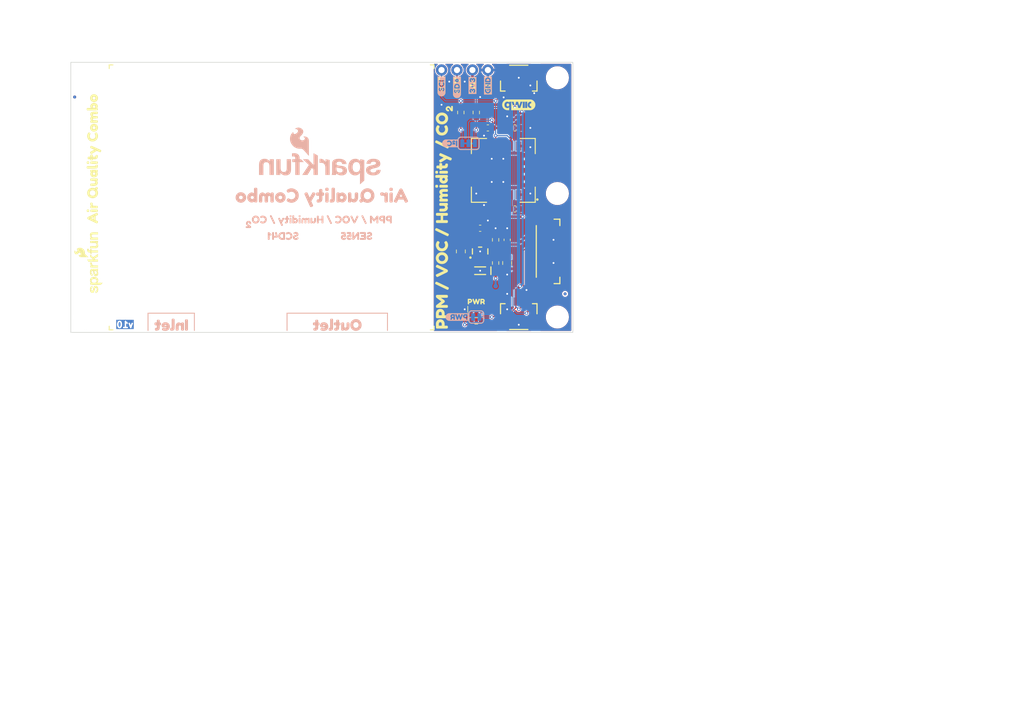
<source format=kicad_pcb>
(kicad_pcb (version 20240108) (generator "pcbnew") (generator_version "8.0")
  (title_block (title "SparkFun Indoor Air Quality Sensor - SCD41 SEN55 (Qwiic)") (date "2024-03-06") (rev "v10") (comment 1 "Designed by: N. Seidle"))
  (layers (0 "F.Cu" signal) (31 "B.Cu" signal) (34 "B.Paste" user) (35 "F.Paste" user) (36 "B.SilkS" user "B.Silkscreen") (37 "F.SilkS" user "F.Silkscreen") (38 "B.Mask" user) (39 "F.Mask" user) (44 "Edge.Cuts" user))
  (net 0 "")
  (net 1 "3.3V")
  (net 2 "GND")
  (net 3 "5V")
  (net 4 "Net-(D1-A)")
  (net 5 "SDA")
  (net 6 "SCL")
  (net 11 "Net-(JP1-A)")
  (net 12 "Net-(JP2-A)")
  (net 13 "Net-(U5-SW)")
  (net 28 "Net-(U5-FB)")
  (net 29 "Net-(JP2-B)")
  (footprint "kibuzzard-65CFEE26" (layer "F.Cu") (at 108.585 94.615 90)
    (property "Reference" "kibuzzard-65CFEE26" (hide yes))
    (property "Value" "G***" (hide yes))
  )
  (footprint "SparkFun-Semiconductor-Standard:SOD-323" (layer "F.Cu") (at 172.085 113.03 180)
    (property "Reference" "D2")
    (property "Value" "PMEG4005EJ")
    (pad "A" smd rect (at 1.15 0 180) (size 0.63 0.83) (layers "F.Cu" "F.Paste" "F.Mask") (net 13 "Net-(U5-SW)"))
    (pad "C" smd rect (at -1.15 0 180) (size 0.63 0.83) (layers "F.Cu" "F.Paste" "F.Mask") (net 3 "5V"))
  )
  (footprint "kibuzzard-65A8A702" (layer "F.Cu") (at 165.735 82.70875 90)
    (property "Reference" "kibuzzard-65A8A702" (hide yes))
    (property "Value" "G***" (hide yes))
  )
  (footprint "SparkFun-Semiconductor-Standard:SOT23-5" (layer "F.Cu") (at 172.085 109.855 90)
    (property "Reference" "U5")
    (property "Value" "AP3012")
    (pad "1" smd rect (at -1.3001 -0.95) (size 0.55 1.2) (layers "F.Cu" "F.Paste" "F.Mask") (net 13 "Net-(U5-SW)"))
    (pad "2" smd rect (at -1.3001 0) (size 0.55 1.2) (layers "F.Cu" "F.Paste" "F.Mask") (net 2 "GND"))
    (pad "3" smd rect (at -1.3001 0.95) (size 0.55 1.2) (layers "F.Cu" "F.Paste" "F.Mask") (net 28 "Net-(U5-FB)"))
    (pad "4" smd rect (at 1.3001 0.95) (size 0.55 1.2) (layers "F.Cu" "F.Paste" "F.Mask") (net 1 "3.3V"))
    (pad "5" smd rect (at 1.3001 -0.95) (size 0.55 1.2) (layers "F.Cu" "F.Paste" "F.Mask") (net 1 "3.3V"))
  )
  (footprint "SparkFun-Capacitor:C_0603_1608Metric" (layer "F.Cu") (at 177.8 89.535)
    (property "Reference" "C4")
    (property "Value" "4.7uF")
    (pad "1" smd roundrect (at -0.775 0) (size 0.9 0.95) (layers "F.Cu" "F.Paste" "F.Mask") (net 1 "3.3V"))
    (pad "2" smd roundrect (at 0.775 0) (size 0.9 0.95) (layers "F.Cu" "F.Paste" "F.Mask") (net 2 "GND"))
  )
  (footprint "SparkFun-LED:LED_0603_1608Metric_Red" (layer "F.Cu") (at 171.45 119.38)
    (property "Reference" "D1")
    (property "Value" "Red")
    (pad "1" smd roundrect (at -0.7875 0) (size 0.875 0.95) (layers "F.Cu" "F.Paste" "F.Mask") (net 2 "GND"))
    (pad "2" smd roundrect (at 0.7875 0) (size 0.875 0.95) (layers "F.Cu" "F.Paste" "F.Mask") (net 4 "Net-(D1-A)"))
  )
  (footprint "SparkFun-Aesthetic:Fiducial_0.5mm_Mask1mm" (layer "F.Cu") (at 105.41 84.455)
    (property "Reference" "FID3")
    (property "Value" "Fiducial_0.5mm")
    (pad "" smd circle (at 0 0) (size 0.5 0.5) (layers "F.Cu" "F.Mask") (clearance 0.25))
  )
  (footprint "SparkFun-Hardware:Standoff" (layer "F.Cu") (at 184.785 120.65)
    (property "Reference" "ST2")
    (property "Value" "Standoff")
    (pad "" np_thru_hole circle (at 0 0) (size 3.302 3.302) (drill 3.302) (layers "F&B.Cu" "*.Mask"))
  )
  (footprint "kibuzzard-65A8A70D" (layer "F.Cu") (at 170.815 82.55 90)
    (property "Reference" "kibuzzard-65A8A70D" (hide yes))
    (property "Value" "G***" (hide yes))
  )
  (footprint "SparkFun-Capacitor:C_0805_2012Metric" (layer "F.Cu") (at 176.53 111.76 -90)
    (property "Reference" "C2")
    (property "Value" "22uF")
    (pad "1" smd roundrect (at -0.95 0 270) (size 1 1.45) (layers "F.Cu" "F.Paste" "F.Mask") (net 3 "5V"))
    (pad "2" smd roundrect (at 0.95 0 270) (size 1 1.45) (layers "F.Cu" "F.Paste" "F.Mask") (net 2 "GND"))
  )
  (footprint "SparkFun-Capacitor:C_0805_2012Metric" (layer "F.Cu") (at 168.91 109.855 -90)
    (property "Reference" "L2")
    (property "Value" "10uH")
    (pad "1" smd roundrect (at -0.95 0 270) (size 1 1.45) (layers "F.Cu" "F.Paste" "F.Mask") (net 1 "3.3V"))
    (pad "2" smd roundrect (at 0.95 0 270) (size 1 1.45) (layers "F.Cu" "F.Paste" "F.Mask") (net 13 "Net-(U5-SW)"))
  )
  (footprint "SparkFun-Connector:JST_SMD_1.0mm-4_RA" (layer "F.Cu") (at 178.435 118.11)
    (property "Reference" "J1")
    (property "Value" "Qwiic_RA")
    (pad "1" smd rect (at -1.5 0) (size 0.6 1.35) (layers "F.Cu" "F.Paste" "F.Mask") (net 2 "GND"))
    (pad "2" smd rect (at -0.5 0) (size 0.6 1.35) (layers "F.Cu" "F.Paste" "F.Mask") (net 1 "3.3V"))
    (pad "3" smd rect (at 0.5 0) (size 0.6 1.35) (layers "F.Cu" "F.Paste" "F.Mask") (net 5 "SDA"))
    (pad "4" smd rect (at 1.5 0) (size 0.6 1.35) (layers "F.Cu" "F.Paste" "F.Mask") (net 6 "SCL"))
    (pad "NC1" smd rect (at 2.8 3.675) (size 1.2 2) (layers "F.Cu" "F.Paste" "F.Mask"))
    (pad "NC2" smd rect (at -2.8 3.675) (size 1.2 2) (layers "F.Cu" "F.Paste" "F.Mask"))
  )
  (footprint "SparkFun-Aesthetic:Fiducial_0.5mm_Mask1mm" (layer "F.Cu") (at 186.055 116.84)
    (property "Reference" "FID4")
    (property "Value" "Fiducial_0.5mm")
    (pad "" smd circle (at 0 0) (size 0.5 0.5) (layers "F.Cu" "F.Mask") (clearance 0.25))
  )
  (footprint "SparkFun-Hardware:Standoff" (layer "F.Cu") (at 184.785 100.33)
    (property "Reference" "ST5")
    (property "Value" "Standoff")
    (pad "" np_thru_hole circle (at 0 0) (size 3.302 3.302) (drill 3.302) (layers "F&B.Cu" "*.Mask"))
  )
  (footprint "SparkFun-Connector:JST_SMD_1.0mm-4_RA" (layer "F.Cu") (at 178.435 83.82 180)
    (property "Reference" "J2")
    (property "Value" "Qwiic_RA")
    (pad "1" smd rect (at -1.5 0 180) (size 0.6 1.35) (layers "F.Cu" "F.Paste" "F.Mask") (net 2 "GND"))
    (pad "2" smd rect (at -0.5 0 180) (size 0.6 1.35) (layers "F.Cu" "F.Paste" "F.Mask") (net 1 "3.3V"))
    (pad "3" smd rect (at 0.5 0 180) (size 0.6 1.35) (layers "F.Cu" "F.Paste" "F.Mask") (net 5 "SDA"))
    (pad "4" smd rect (at 1.5 0 180) (size 0.6 1.35) (layers "F.Cu" "F.Paste" "F.Mask") (net 6 "SCL"))
    (pad "NC1" smd rect (at 2.8 3.675 180) (size 1.2 2) (layers "F.Cu" "F.Paste" "F.Mask"))
    (pad "NC2" smd rect (at -2.8 3.675 180) (size 1.2 2) (layers "F.Cu" "F.Paste" "F.Mask"))
  )
  (footprint "SparkFun-Hardware:Standoff" (layer "F.Cu") (at 184.785 81.28)
    (property "Reference" "ST1")
    (property "Value" "Standoff")
    (pad "" np_thru_hole circle (at 0 0) (size 3.302 3.302) (drill 3.302) (layers "F&B.Cu" "*.Mask"))
  )
  (footprint "kibuzzard-65A8A6F0" (layer "F.Cu") (at 168.275 82.8675 90)
    (property "Reference" "kibuzzard-65A8A6F0" (hide yes))
    (property "Value" "G***" (hide yes))
  )
  (footprint "SparkFun-Aesthetic:SparkFun_Logo_10mm" (layer "F.Cu") (at 108.585 111.76 90)
    (property "Reference" "G***")
    (property "Value" "LOGO" (hide yes))
  )
  (footprint "SparkFun-Resistor:R_0603_1608Metric" (layer "F.Cu") (at 168.91 86.995 90)
    (property "Reference" "R2")
    (property "Value" "2.2k")
    (pad "1" smd roundrect (at -0.825 0 90) (size 0.8 0.95) (layers "F.Cu" "F.Paste" "F.Mask") (net 12 "Net-(JP2-A)"))
    (pad "2" smd roundrect (at 0.825 0 90) (size 0.8 0.95) (layers "F.Cu" "F.Paste" "F.Mask") (net 6 "SCL"))
  )
  (footprint "SparkFun-Capacitor:C_0603_1608Metric" (layer "F.Cu") (at 176.53 107.95 90)
    (property "Reference" "C9")
    (property "Value" "1.0uF")
    (pad "1" smd roundrect (at -0.775 0 90) (size 0.9 0.95) (layers "F.Cu" "F.Paste" "F.Mask") (net 3 "5V"))
    (pad "2" smd roundrect (at 0.775 0 90) (size 0.9 0.95) (layers "F.Cu" "F.Paste" "F.Mask") (net 2 "GND"))
  )
  (footprint "SparkFun-Resistor:R_0603_1608Metric" (layer "F.Cu") (at 174.625 107.95 90)
    (property "Reference" "R6")
    (property "Value" "33k")
    (pad "1" smd roundrect (at -0.825 0 90) (size 0.8 0.95) (layers "F.Cu" "F.Paste" "F.Mask") (net 28 "Net-(U5-FB)"))
    (pad "2" smd roundrect (at 0.825 0 90) (size 0.8 0.95) (layers "F.Cu" "F.Paste" "F.Mask") (net 2 "GND"))
  )
  (footprint "SparkFun-Capacitor:C_0603_1608Metric" (layer "F.Cu") (at 177.8 102.87)
    (property "Reference" "C1")
    (property "Value" "0.1uF")
    (pad "1" smd roundrect (at -0.775 0) (size 0.9 0.95) (layers "F.Cu" "F.Paste" "F.Mask") (net 1 "3.3V"))
    (pad "2" smd roundrect (at 0.775 0) (size 0.9 0.95) (layers "F.Cu" "F.Paste" "F.Mask") (net 2 "GND"))
  )
  (footprint "kibuzzard-65A8A717" (layer "F.Cu") (at 173.355 82.55 90)
    (property "Reference" "kibuzzard-65A8A717" (hide yes))
    (property "Value" "G***" (hide yes))
  )
  (footprint "SparkFun-Connector:1x04" (layer "F.Cu") (at 173.355 80.01 180)
    (property "Reference" "J3")
    (property "Value" "Conn_01x04")
    (pad "1" thru_hole circle (at 0 0 270) (size 1.8796 1.8796) (drill 1.016) (layers "*.Cu" "*.Mask") (net 2 "GND"))
    (pad "2" thru_hole circle (at 2.54 0 270) (size 1.8796 1.8796) (drill 1.016) (layers "*.Cu" "*.Mask") (net 1 "3.3V"))
    (pad "3" thru_hole circle (at 5.08 0 270) (size 1.8796 1.8796) (drill 1.016) (layers "*.Cu" "*.Mask") (net 5 "SDA"))
    (pad "4" thru_hole circle (at 7.62 0 270) (size 1.8796 1.8796) (drill 1.016) (layers "*.Cu" "*.Mask") (net 6 "SCL"))
  )
  (footprint "kibuzzard-65A8A8B4" (layer "F.Cu") (at 171.45 118.11)
    (property "Reference" "kibuzzard-65A8A8B4" (hide yes))
    (property "Value" "G***" (hide yes))
  )
  (footprint "SparkFun-Resistor:R_0603_1608Metric" (layer "F.Cu") (at 171.45 121.285)
    (property "Reference" "R3")
    (property "Value" "4.7k")
    (pad "1" smd roundrect (at -0.825 0) (size 0.8 0.95) (layers "F.Cu" "F.Paste" "F.Mask") (net 11 "Net-(JP1-A)"))
    (pad "2" smd roundrect (at 0.825 0) (size 0.8 0.95) (layers "F.Cu" "F.Paste" "F.Mask") (net 4 "Net-(D1-A)"))
  )
  (footprint "SparkFun-Sensor:SCD4x" (layer "F.Cu") (at 175.895 96.52 180)
    (property "Reference" "U3")
    (property "Value" "SCD41")
    (pad "1" smd roundrect (at -4 -2.5 270) (size 0.8 1.5) (layers "F.Cu" "F.Mask") (roundrect_rratio 0) (chamfer_ratio 0.35) (chamfer bottom_right))
    (pad "2" smd rect (at -4 -1.25 270) (size 0.8 1.5) (layers "F.Cu" "F.Paste" "F.Mask"))
    (pad "3" smd rect (at -4 0 270) (size 0.8 1.5) (layers "F.Cu" "F.Paste" "F.Mask"))
    (pad "4" smd rect (at -4 1.25 270) (size 0.8 1.5) (layers "F.Cu" "F.Paste" "F.Mask"))
    (pad "5" smd rect (at -4 2.5 270) (size 0.8 1.5) (layers "F.Cu" "F.Paste" "F.Mask"))
    (pad "6" smd rect (at -2.5 4) (size 0.8 1.5) (layers "F.Cu" "F.Paste" "F.Mask") (net 2 "GND"))
    (pad "7" smd rect (at -1.25 4) (size 0.8 1.5) (layers "F.Cu" "F.Paste" "F.Mask") (net 1 "3.3V"))
    (pad "8" smd rect (at 0 4) (size 0.8 1.5) (layers "F.Cu" "F.Paste" "F.Mask"))
    (pad "9" smd rect (at 1.25 4) (size 0.8 1.5) (layers "F.Cu" "F.Paste" "F.Mask") (net 6 "SCL"))
    (pad "10" smd rect (at 2.5 4) (size 0.8 1.5) (layers "F.Cu" "F.Paste" "F.Mask") (net 5 "SDA"))
    (pad "11" smd rect (at 4 2.5 90) (size 0.8 1.5) (layers "F.Cu" "F.Paste" "F.Mask"))
    (pad "12" smd rect (at 4 1.25 90) (size 0.8 1.5) (layers "F.Cu" "F.Paste" "F.Mask"))
    (pad "13" smd rect (at 4 0 90) (size 0.8 1.5) (layers "F.Cu" "F.Paste" "F.Mask"))
    (pad "14" smd rect (at 4 -1.25 90) (size 0.8 1.5) (layers "F.Cu" "F.Paste" "F.Mask"))
    (pad "15" smd rect (at 4 -2.5 90) (size 0.8 1.5) (layers "F.Cu" "F.Paste" "F.Mask"))
    (pad "16" smd rect (at 2.5 -4 180) (size 0.8 1.5) (layers "F.Cu" "F.Paste" "F.Mask"))
    (pad "17" smd rect (at 1.25 -4 180) (size 0.8 1.5) (layers "F.Cu" "F.Paste" "F.Mask"))
    (pad "18" smd rect (at 0 -4 180) (size 0.8 1.5) (layers "F.Cu" "F.Paste" "F.Mask"))
    (pad "19" smd rect (at -1.25 -4 180) (size 0.8 1.5) (layers "F.Cu" "F.Paste" "F.Mask") (net 1 "3.3V"))
    (pad "20" smd rect (at -2.5 -4 180) (size 0.8 1.5) (layers "F.Cu" "F.Paste" "F.Mask") (net 2 "GND"))
    (pad "21" smd rect (at 0 0 180) (size 4.8 4.8) (layers "F.Cu" "F.Mask") (net 2 "GND"))
  )
  (footprint "SparkFun-Resistor:R_0603_1608Metric" (layer "F.Cu") (at 171.45 86.995 90)
    (property "Reference" "R1")
    (property "Value" "2.2k")
    (pad "1" smd roundrect (at -0.825 0 90) (size 0.8 0.95) (layers "F.Cu" "F.Paste" "F.Mask") (net 29 "Net-(JP2-B)"))
    (pad "2" smd roundrect (at 0.825 0 90) (size 0.8 0.95) (layers "F.Cu" "F.Paste" "F.Mask") (net 5 "SDA"))
  )
  (footprint "SparkFun-Connector:JST_SMD_1.25mm-6_Locking" (layer "F.Cu") (at 182.245 109.855 -90)
    (property "Reference" "U6")
    (property "Value" "SEN55_Connector")
    (pad "1" smd rect (at -3.125 -3.3 90) (size 0.6 1.7) (layers "F.Cu" "F.Paste" "F.Mask") (net 3 "5V"))
    (pad "2" smd rect (at -1.875 -3.3 90) (size 0.6 1.7) (layers "F.Cu" "F.Paste" "F.Mask") (net 2 "GND"))
    (pad "3" smd rect (at -0.625 -3.3 90) (size 0.6 1.7) (layers "F.Cu" "F.Paste" "F.Mask") (net 5 "SDA"))
    (pad "4" smd rect (at 0.625 -3.3 90) (size 0.6 1.7) (layers "F.Cu" "F.Paste" "F.Mask") (net 6 "SCL"))
    (pad "5" smd rect (at 1.875 -3.3 90) (size 0.6 1.7) (layers "F.Cu" "F.Paste" "F.Mask") (net 2 "GND"))
    (pad "6" smd rect (at 3.125 -3.3 90) (size 0.6 1.7) (layers "F.Cu" "F.Paste" "F.Mask"))
    (pad "NC1" smd rect (at 4.975 -0.1 180) (size 2.7 1) (layers "F.Cu" "F.Paste" "F.Mask"))
    (pad "NC2" smd rect (at -4.975 -0.1 180) (size 2.7 1) (layers "F.Cu" "F.Paste" "F.Mask"))
  )
  (footprint "SparkFun-Resistor:R_0603_1608Metric" (layer "F.Cu") (at 174.625 111.76 90)
    (property "Reference" "R5")
    (property "Value" "100k")
    (pad "1" smd roundrect (at -0.825 0 90) (size 0.8 0.95) (layers "F.Cu" "F.Paste" "F.Mask") (net 3 "5V"))
    (pad "2" smd roundrect (at 0.825 0 90) (size 0.8 0.95) (layers "F.Cu" "F.Paste" "F.Mask") (net 28 "Net-(U5-FB)"))
  )
  (footprint "SparkFun-Aesthetic:Creative_Commons_License" (layer "F.Cu") (at 214.63 168.91)
    (property "Reference" "G4" (hide yes))
    (property "Value" "OSHW_Logo" (hide yes))
  )
  (footprint "kibuzzard-65F20621" (layer "F.Cu") (at 166.0525 104.775 90)
    (property "Reference" "kibuzzard-65F20621" (hide yes))
    (property "Value" "G***" (hide yes))
  )
  (footprint "kibuzzard-65A75D7A" (layer "F.Cu") (at 167.005 86.36 90)
    (property "Reference" "kibuzzard-65A75D7A" (hide yes))
    (property "Value" "G***" (hide yes))
  )
  (footprint "SparkFun-Capacitor:C_0603_1608Metric" (layer "F.Cu") (at 173.355 89.535 180)
    (property "Reference" "C5")
    (property "Value" "0.1uF")
    (pad "1" smd roundrect (at -0.775 0 180) (size 0.9 0.95) (layers "F.Cu" "F.Paste" "F.Mask") (net 1 "3.3V"))
    (pad "2" smd roundrect (at 0.775 0 180) (size 0.9 0.95) (layers "F.Cu" "F.Paste" "F.Mask") (net 2 "GND"))
  )
  (footprint "SparkFun-Hardware:Standoff" (layer "F.Cu") (at 107.315 81.28)
    (property "Reference" "ST3")
    (property "Value" "Standoff")
    (pad "" np_thru_hole circle (at 0 0) (size 3.302 3.302) (drill 3.302) (layers "F&B.Cu" "*.Mask"))
  )
  (footprint "SparkFun-Capacitor:C_0603_1608Metric" (layer "F.Cu") (at 172.085 106.045)
    (property "Reference" "C7")
    (property "Value" "1.0uF")
    (pad "1" smd roundrect (at -0.775 0) (size 0.9 0.95) (layers "F.Cu" "F.Paste" "F.Mask") (net 1 "3.3V"))
    (pad "2" smd roundrect (at 0.775 0) (size 0.9 0.95) (layers "F.Cu" "F.Paste" "F.Mask") (net 2 "GND"))
  )
  (footprint "SparkFun-Aesthetic:qwiic_5.5mm" (layer "F.Cu") (at 178.435 85.725)
    (property "Reference" "G***" (hide yes))
    (property "Value" "LOGO" (hide yes))
  )
  (footprint "SparkFun-Sensor:SEN5x_Outline" (layer "F.Cu") (at 137.795 100.965)
    (property "Reference" "U4")
    (property "Value" "SEN55_Outline")
  )
  (footprint "SparkFun-Hardware:Standoff" (layer "F.Cu") (at 107.315 120.65)
    (property "Reference" "ST4")
    (property "Value" "Standoff")
    (pad "" np_thru_hole circle (at 0 0) (size 3.302 3.302) (drill 3.302) (layers "F&B.Cu" "*.Mask"))
  )
  (footprint "kibuzzard-65A7583B" (layer "B.Cu") (at 148.59 121.92 180)
    (property "Reference" "kibuzzard-65A7583B" (hide yes))
    (property "Value" "G***" (hide yes))
  )
  (footprint "kibuzzard-65A8AFF1" (layer "B.Cu") (at 170.815 82.55 90)
    (property "Reference" "kibuzzard-65A8AFF1" (hide yes))
    (property "Value" "G***" (hide yes))
  )
  (footprint "kibuzzard-65A8AE51" (layer "B.Cu") (at 146.05 100.965 180)
    (property "Reference" "kibuzzard-65A8AE51" (hide yes))
    (property "Value" "G***" (hide yes))
  )
  (footprint "SparkFun-Jumper:Jumper_3_NC-2_Trace" (layer "B.Cu") (at 170.18 92.075)
    (property "Reference" "JP2")
    (property "Value" "~")
    (fp_poly (pts (xy -0.7707 0.15) (xy -0.2707 0.15) (xy -0.2707 -0.15) (xy -0.7707 -0.15)) (fill solid) (layer "B.Cu"))
    (fp_poly (pts (xy 0.262 0.173) (xy 0.762 0.173) (xy 0.762 -0.127) (xy 0.262 -0.127)) (fill solid) (layer "B.Cu"))
    (pad "1" smd rect (at -1.0414 0) (size 0.6604 1.27) (layers "B.Cu" "B.Mask") (net 12 "Net-(JP2-A)"))
    (pad "2" smd rect (at 0 0) (size 0.6604 1.27) (layers "B.Cu" "B.Mask") (net 1 "3.3V"))
    (pad "3" smd rect (at 1.0414 0 180) (size 0.6604 1.27) (layers "B.Cu" "B.Mask") (net 29 "Net-(JP2-B)"))
  )
  (footprint "SparkFun-Connector:TestPoint-0.75mm" (layer "B.Cu") (at 174.625 115.57 180)
    (property "Reference" "TP1")
    (property "Value" "0.75mm")
    (pad "1" smd roundrect (at 0 0 180) (size 0.75 0.75) (layers "B.Cu" "B.Mask") (roundrect_rratio 0.5) (net 3 "5V"))
  )
  (footprint "SparkFun-Jumper:Jumper_2_NC_Trace" (layer "B.Cu") (at 171.45 120.65)
    (property "Reference" "JP1")
    (property "Value" "~")
    (fp_poly (pts (xy -0.25 0.15) (xy 0.25 0.15) (xy 0.25 -0.15) (xy -0.25 -0.15)) (fill solid) (layer "B.Cu"))
    (pad "1" smd rect (at -0.5207 0) (size 0.6604 1.27) (layers "B.Cu" "B.Mask") (net 11 "Net-(JP1-A)"))
    (pad "2" smd rect (at 0.5207 0) (size 0.6604 1.27) (layers "B.Cu" "B.Mask") (net 1 "3.3V"))
  )
  (footprint "SparkFun-Aesthetic:Fiducial_0.5mm_Mask1mm" (layer "B.Cu") (at 105.41 84.455 180)
    (property "Reference" "FID2")
    (property "Value" "Fiducial_0.5mm")
    (pad "" smd circle (at 0 0 180) (size 0.5 0.5) (layers "B.Cu" "B.Mask") (clearance 0.25))
  )
  (footprint "SparkFun-Aesthetic:Fiducial_0.5mm_Mask1mm" (layer "B.Cu") (at 186.055 116.84 180)
    (property "Reference" "FID1")
    (property "Value" "Fiducial_0.5mm")
    (pad "" smd circle (at 0 0 180) (size 0.5 0.5) (layers "B.Cu" "B.Mask") (clearance 0.25))
  )
  (footprint "SparkFun-Aesthetic:SparkFun_Logo_20mm" (layer "B.Cu") (at 146.05 95.885 180)
    (property "Reference" "G***" (hide yes))
    (property "Value" "LOGO" (hide yes))
  )
  (footprint "kibuzzard-65A8AED7" (layer "B.Cu") (at 168.275 120.65 180)
    (property "Reference" "kibuzzard-65A8AED7" (hide yes))
    (property "Value" "G***" (hide yes))
  )
  (footprint "kibuzzard-65A75D7A" (layer "B.Cu") (at 133.985 105.41 180)
    (property "Reference" "kibuzzard-65A75D7A" (hide yes))
    (property "Value" "G***" (hide yes))
  )
  (footprint "kibuzzard-65A8AEA5" (layer "B.Cu") (at 146.05 104.775 180)
    (property "Reference" "kibuzzard-65A8AEA5" (hide yes))
    (property "Value" "G***" (hide yes))
  )
  (footprint "kibuzzard-65A75820" (layer "B.Cu") (at 121.285 121.92 180)
    (property "Reference" "kibuzzard-65A75820" (hide yes))
    (property "Value" "G***" (hide yes))
  )
  (footprint "kibuzzard-65A8B037" (layer "B.Cu") (at 168.275 82.8675 90)
    (property "Reference" "kibuzzard-65A8B037" (hide yes))
    (property "Value" "G***" (hide yes))
  )
  (footprint "kibuzzard-65A8B028" (layer "B.Cu") (at 165.735 82.70875 90)
    (property "Reference" "kibuzzard-65A8B028" (hide yes))
    (property "Value" "G***" (hide yes))
  )
  (footprint "kibuzzard-65A8AE5A" (layer "B.Cu") (at 139.7 107.315 180)
    (property "Reference" "kibuzzard-65A8AE5A" (hide yes))
    (property "Value" "G***" (hide yes))
  )
  (footprint "kibuzzard-65A8B05B" (layer "B.Cu") (at 167.16375 92.075 180)
    (property "Reference" "kibuzzard-65A8B05B" (hide yes))
    (property "Value" "G***" (hide yes))
  )
  (footprint "kibuzzard-65A8AFFA" (layer "B.Cu") (at 173.355 82.55 90)
    (property "Reference" "kibuzzard-65A8AFFA" (hide yes))
    (property "Value" "G***" (hide yes))
  )
  (footprint "kibuzzard-65A8AE62" (layer "B.Cu") (at 151.765 107.315 180)
    (property "Reference" "kibuzzard-65A8AE62" (hide yes))
    (property "Value" "G***" (hide yes))
  )
  (gr_line (start 125.095 122.8725) (end 125.095 120.015) (stroke (width 0.15)) (layer "B.SilkS"))
  (gr_line (start 156.845 120.015) (end 140.335 120.015) (stroke (width 0.15)) (layer "B.SilkS"))
  (gr_line (start 140.335 120.015) (end 140.335 122.8725) (stroke (width 0.15)) (layer "B.SilkS"))
  (gr_line (start 156.845 122.8725) (end 156.845 120.015) (stroke (width 0.15)) (layer "B.SilkS"))
  (gr_line (start 117.475 120.015) (end 117.475 122.8725) (stroke (width 0.15)) (layer "B.SilkS"))
  (gr_line (start 125.095 120.015) (end 117.475 120.015) (stroke (width 0.15)) (layer "B.SilkS"))
  (gr_poly (pts (xy 104.775 123.19) (xy 104.775 78.74) (xy 187.325 78.74) (xy 187.325 104.394) (xy 187.325 112.776) (xy 187.325 123.19)) (stroke (width 0.1)) (fill none) (layer "Edge.Cuts"))
  (gr_text "v10" (at 113.665 121.92 0) (layer "B.Cu" knockout) (effects (font (size 1.016 1.016) (thickness 0.254) (bold yes)) (justify mirror)))
  (segment (start 170.815 80.01) (end 170.815 81.5975) (width 0.4064) (layer "F.Cu") (net 1))
  (segment (start 177.145 100.52) (end 177.145 102.75) (width 0.4064) (layer "F.Cu") (net 1))
  (segment (start 170.2101 108.5549) (end 171.135 108.5549) (width 0.4064) (layer "F.Cu") (net 1))
  (segment (start 173.355 102.87) (end 171.31 104.915) (width 0.4064) (layer "F.Cu") (net 1))
  (segment (start 177.165 104.14) (end 179.07 104.14) (width 0.4064) (layer "F.Cu") (net 1))
  (segment (start 178.651 115.57) (end 177.935 116.286) (width 0.4064) (layer "F.Cu") (net 1))
  (segment (start 173.035 108.5549) (end 171.135 108.5549) (width 0.4064) (layer "F.Cu") (net 1))
  (segment (start 174.13 88.405) (end 174.13 89.535) (width 0.1778) (layer "F.Cu") (net 1))
  (segment (start 171.45 82.2325) (end 178.435 82.2325) (width 0.4064) (layer "F.Cu") (net 1))
  (segment (start 169.86 108.905) (end 170.2101 108.5549) (width 0.4064) (layer "F.Cu") (net 1))
  (segment (start 170.815 81.5975) (end 171.45 82.2325) (width 0.4064) (layer "F.Cu") (net 1))
  (segment (start 174.0963 120.5437) (end 173.99 120.65) (width 0.1778) (layer "F.Cu") (net 1))
  (segment (start 177.935 118.11) (end 177.935 119.14277) (width 0.1778) (layer "F.Cu") (net 1))
  (segment (start 178.935 82.7325) (end 178.935 83.82) (width 0.4064) (layer "F.Cu") (net 1))
  (segment (start 171.31 106.045) (end 171.135 106.22) (width 0.4064) (layer "F.Cu") (net 1))
  (segment (start 175.895 120.5437) (end 174.0963 120.5437) (width 0.1778) (layer "F.Cu") (net 1))
  (segment (start 177.025 88.77) (end 178.935 86.86) (width 0.4064) (layer "F.Cu") (net 1))
  (segment (start 177.025 102.87) (end 177.025 104) (width 0.4064) (layer "F.Cu") (net 1))
  (segment (start 173.99 88.265) (end 174.13 88.405) (width 0.1778) (layer "F.Cu") (net 1))
  (segment (start 171.135 106.22) (end 171.135 108.5549) (width 0.4064) (layer "F.Cu") (net 1))
  (segment (start 174.13 89.535) (end 177.025 89.535) (width 0.4064) (layer "F.Cu") (net 1))
  (segment (start 176.6442 89.5092) (end 176.67 89.535) (width 0.1778) (layer "F.Cu") (net 1))
  (segment (start 171.31 104.915) (end 171.31 106.045) (width 0.4064) (layer "F.Cu") (net 1))
  (segment (start 177.145 89.655) (end 177.025 89.535) (width 0.4064) (layer "F.Cu") (net 1))
  (segment (start 177.025 102.87) (end 173.355 102.87) (width 0.4064) (layer "F.Cu") (net 1))
  (segment (start 177.025 89.535) (end 177.025 88.77) (width 0.4064) (layer "F.Cu") (net 1))
  (segment (start 178.435 82.2325) (end 178.935 82.7325) (width 0.4064) (layer "F.Cu") (net 1))
  (segment (start 176.53407 120.5437) (end 175.895 120.5437) (width 0.1778) (layer "F.Cu") (net 1))
  (segment (start 177.935 119.14277) (end 176.53407 120.5437) (width 0.1778) (layer "F.Cu") (net 1))
  (segment (start 177.935 116.286) (end 177.935 118.11) (width 0.4064) (layer "F.Cu") (net 1))
  (segment (start 178.935 83.82) (end 178.935 86.86) (width 0.4064) (layer "F.Cu") (net 1))
  (segment (start 177.025 104) (end 177.165 104.14) (width 0.4064) (layer "F.Cu") (net 1))
  (segment (start 177.145 102.75) (end 177.025 102.87) (width 0.4064) (layer "F.Cu") (net 1))
  (segment (start 177.145 92.52) (end 177.145 89.655) (width 0.4064) (layer "F.Cu") (net 1))
  (segment (start 168.91 108.905) (end 169.86 108.905) (width 0.4064) (layer "F.Cu") (net 1))
  (via (at 179.07 104.14) (size 0.56) (drill 0.3) (layers "F.Cu" "B.Cu") (net 1))
  (via (at 178.935 86.86) (size 0.56) (drill 0.3) (layers "F.Cu" "B.Cu") (net 1))
  (via (at 178.651 115.57) (size 0.56) (drill 0.3) (layers "F.Cu" "B.Cu") (net 1))
  (via (at 173.99 120.65) (size 0.56) (drill 0.3) (layers "F.Cu" "B.Cu") (net 1))
  (via (at 173.99 88.265) (size 0.56) (drill 0.3) (layers "F.Cu" "B.Cu") (net 1))
  (segment (start 173.99 120.65) (end 171.9707 120.65) (width 0.1778) (layer "B.Cu") (net 1))
  (segment (start 179.07 86.995) (end 178.935 86.86) (width 0.4064) (layer "B.Cu") (net 1))
  (segment (start 179.07 115.151) (end 179.07 104.14) (width 0.4064) (layer "B.Cu") (net 1))
  (segment (start 170.4975 88.265) (end 173.99 88.265) (width 0.1778) (layer "B.Cu") (net 1))
  (segment (start 179.07 104.14) (end 179.07 86.995) (width 0.4064) (layer "B.Cu") (net 1))
  (segment (start 178.651 115.57) (end 179.07 115.151) (width 0.4064) (layer "B.Cu") (net 1))
  (segment (start 170.18 88.5825) (end 170.4975 88.265) (width 0.1778) (layer "B.Cu") (net 1))
  (segment (start 170.18 92.075) (end 170.18 88.5825) (width 0.1778) (layer "B.Cu") (net 1))
  (segment (start 178.5747 115.4937) (end 178.651 115.57) (width 0.4064) (layer "B.Cu") (net 1))
  (via (at 167.005 81.915) (size 0.56) (drill 0.3) (layers "F.Cu" "B.Cu") (net 2))
  (via (at 180.34 82.55) (size 0.56) (drill 0.3) (layers "F.Cu" "B.Cu") (net 2))
  (via (at 175.895 98.425) (size 0.56) (drill 0.3) (layers "F.Cu" "B.Cu") (net 2))
  (via (at 174.625 106.045) (size 0.56) (drill 0.3) (layers "F.Cu" "B.Cu") (net 2))
  (via (at 172.085 109.855) (size 0.56) (drill 0.3) (layers "F.Cu" "B.Cu") (net 2))
  (via (at 176.53 106.045) (size 0.56) (drill 0.3) (layers "F.Cu" "B.Cu") (net 2))
  (via (at 171.45 100.33) (size 0.56) (drill 0.3) (layers "F.Cu" "B.Cu") (net 2))
  (via (at 173.99 94.615) (size 0.56) (drill 0.3) (layers "F.Cu" "B.Cu") (net 2))
  (via (at 175.895 94.615) (size 0.56) (drill 0.3) (layers "F.Cu" "B.Cu") (net 2))
  (via (at 184.15 111.76) (size 0.56) (drill 0.3) (layers "F.Cu" "B.Cu") (net 2))
  (via (at 180.34 100.33) (size 0.56) (drill 0.3) (layers "F.Cu" "B.Cu") (net 2))
  (via (at 176.53 87.63) (size 0.56) (drill 0.3) (layers "F.Cu" "B.Cu") (net 2))
  (via (at 176.53 119.38) (size 0.56) (drill 0.3) (layers "F.Cu" "B.Cu") (net 2))
  (via (at 184.15 107.95) (size 0.56) (drill 0.3) (layers "F.Cu" "B.Cu") (net 2))
  (via (at 176.53 116.84) (size 0.56) (drill 0.3) (layers "F.Cu" "B.Cu") (net 2))
  (via (at 172.085 84.455) (size 0.56) (drill 0.3) (layers "F.Cu" "B.Cu") (net 2))
  (via (at 180.975 83.82) (size 0.56) (drill 0.3) (layers "F.Cu" "B.Cu") (net 2))
  (via (at 180.34 92.71) (size 0.56) (drill 0.3) (layers "F.Cu" "B.Cu") (net 2))
  (via (at 178.435 81.28) (size 0.56) (drill 0.3) (layers "F.Cu" "B.Cu") (net 2))
  (via (at 175.946115 84.506115) (size 0.56) (drill 0.3) (layers "F.Cu" "B.Cu") (net 2))
  (via (at 178.435 121.92) (size 0.56) (drill 0.3) (layers "F.Cu" "B.Cu") (net 2))
  (via (at 180.34 89.535) (size 0.56) (drill 0.3) (layers "F.Cu" "B.Cu") (net 2))
  (via (at 179.705 116.205) (size 0.56) (drill 0.3) (layers "F.Cu" "B.Cu") (net 2))
  (via (at 169.545 81.915) (size 0.56) (drill 0.3) (layers "F.Cu" "B.Cu") (net 2))
  (via (at 172.72 102.235) (size 0.56) (drill 0.3) (layers "F.Cu" "B.Cu") (net 2))
  (via (at 173.99 98.425) (size 0.56) (drill 0.3) (layers "F.Cu" "B.Cu") (net 2))
  (via (at 165.735 85.725) (size 0.56) (drill 0.3) (layers "F.Cu" "B.Cu") (net 2))
  (via (at 172.72 90.805) (size 0.56) (drill 0.3) (layers "F.Cu" "B.Cu") (net 2))
  (via (at 176.53 113.665) (size 0.56) (drill 0.3) (layers "F.Cu" "B.Cu") (net 2))
  (via (at 173.355 104.775) (size 0.56) (drill 0.3) (layers "F.Cu" "B.Cu") (net 2))
  (via (at 172.085 113.03) (size 0.56) (drill 0.3) (layers "F.Cu" "B.Cu") (net 2))
  (via (at 169.545 119.38) (size 0.56) (drill 0.3) (layers "F.Cu" "B.Cu") (net 2))
  (segment (start 174.625 112.585) (end 174.93 112.585) (width 0.4064) (layer "F.Cu") (net 3))
  (segment (start 174.93 112.585) (end 176.53 110.985) (width 0.4064) (layer "F.Cu") (net 3))
  (segment (start 176.53 108.725) (end 178.295 108.725) (width 0.4064) (layer "F.Cu") (net 3))
  (segment (start 180.29 106.73) (end 185.545 106.73) (width 0.4064) (layer "F.Cu") (net 3))
  (segment (start 178.295 108.725) (end 180.29 106.73) (width 0.4064) (layer "F.Cu") (net 3))
  (segment (start 173.68 112.585) (end 173.235 113.03) (width 0.4064) (layer "F.Cu") (net 3))
  (segment (start 176.53 110.985) (end 176.53 108.725) (width 0.4064) (layer "F.Cu") (net 3))
  (segment (start 174.625 112.585) (end 173.68 112.585) (width 0.4064) (layer "F.Cu") (net 3))
  (segment (start 174.625 112.585) (end 174.625 114.3) (width 0.4064) (layer "F.Cu") (net 3))
  (via (at 174.625 114.3) (size 0.56) (drill 0.3) (layers "F.Cu" "B.Cu") (net 3))
  (segment (start 174.625 114.3) (end 174.625 115.57) (width 0.4064) (layer "B.Cu") (net 3))
  (segment (start 172.2375 119.38) (end 172.2375 121.2475) (width 0.1778) (layer "F.Cu") (net 4))
  (segment (start 172.2375 121.2475) (end 172.275 121.285) (width 0.1778) (layer "F.Cu") (net 4))
  (segment (start 177.935 83.82) (end 177.935 84.955) (width 0.1778) (layer "F.Cu") (net 5))
  (segment (start 171.45 83.82) (end 171.1325 83.5025) (width 0.1778) (layer "F.Cu") (net 5))
  (segment (start 168.275 82.55) (end 168.275 80.01) (width 0.1778) (layer "F.Cu") (net 5))
  (segment (start 179.715 109.23) (end 185.545 109.23) (width 0.1778) (layer "F.Cu") (net 5))
  (segment (start 179.1723 116.1027) (end 179.1723 109.7527) (width 0.1778) (layer "F.Cu") (net 5))
  (segment (start 171.45 86.17) (end 171.45 83.82) (width 0.1778) (layer "F.Cu") (net 5))
  (segment (start 173.395 86.21) (end 173.355 86.17) (width 0.1778) (layer "F.Cu") (net 5))
  (segment (start 178.935 118.11) (end 178.935 118.88) (width 0.1778) (layer "F.Cu") (net 5))
  (segment (start 169.2275 83.5025) (end 168.275 82.55) (width 0.1778) (layer "F.Cu") (net 5))
  (segment (start 179.1723 109.7527) (end 179.705 109.22) (width 0.1778) (layer "F.Cu") (net 5))
  (segment (start 173.355 86.17) (end 171.45 86.17) (width 0.1778) (layer "F.Cu") (net 5))
  (segment (start 177.8 86.17) (end 173.355 86.17) (width 0.1778) (layer "F.Cu") (net 5))
  (segment (start 173.395 92.52) (end 173.395 86.21) (width 0.1778) (layer "F.Cu") (net 5))
  (segment (start 177.8 85.09) (end 177.935 84.955) (width 0.1778) (layer "F.Cu") (net 5))
  (segment (start 179.705 109.22) (end 179.715 109.23) (width 0.1778) (layer "F.Cu") (net 5))
  (segment (start 178.935 118.11) (end 178.935 116.34) (width 0.1778) (layer "F.Cu") (net 5))
  (segment (start 171.1325 83.5025) (end 169.2275 83.5025) (width 0.1778) (layer "F.Cu") (net 5))
  (segment (start 178.935 118.88) (end 178.435 119.38) (width 0.1778) (layer "F.Cu") (net 5))
  (segment (start 177.8 86.17) (end 177.8 85.09) (width 0.1778) (layer "F.Cu") (net 5))
  (segment (start 178.935 116.34) (end 179.1723 116.1027) (width 0.1778) (layer "F.Cu") (net 5))
  (via (at 178.435 119.38) (size 0.56) (drill 0.3) (layers "F.Cu" "B.Cu") (net 5))
  (via (at 177.8 86.17) (size 0.56) (drill 0.3) (layers "F.Cu" "B.Cu") (net 5))
  (segment (start 177.8 86.17) (end 177.8 118.745) (width 0.1778) (layer "B.Cu") (net 5))
  (segment (start 177.8 118.745) (end 178.435 119.38) (width 0.1778) (layer "B.Cu") (net 5))
  (segment (start 180.34 116.84) (end 180.34 111.115) (width 0.1778) (layer "F.Cu") (net 6))
  (segment (start 168.91 86.17) (end 168.91 85.09) (width 0.1778) (layer "F.Cu") (net 6))
  (segment (start 174.625 85.09) (end 175.895 83.82) (width 0.1778) (layer "F.Cu") (net 6))
  (segment (start 174.645 92.52) (end 174.645 90.825) (width 0.1778) (layer "F.Cu") (net 6))
  (segment (start 175.895 83.82) (end 176.935 83.82) (width 0.1778) (layer "F.Cu") (net 6))
  (segment (start 180.34 111.115) (end 180.975 110.48) (width 0.1778) (layer "F.Cu") (net 6))
  (segment (start 180.975 110.48) (end 185.545 110.48) (width 0.1778) (layer "F.Cu") (net 6))
  (segment (start 174.645 90.825) (end 174.625 90.805) (width 0.1778) (layer "F.Cu") (net 6))
  (segment (start 179.935 118.11) (end 179.935 117.245) (width 0.1778) (layer "F.Cu") (net 6))
  (segment (start 179.935 117.245) (end 180.34 116.84) (width 0.1778) (layer "F.Cu") (net 6))
  (segment (start 179.935 119.785) (end 179.935 118.11) (width 0.1778) (layer "F.Cu") (net 6))
  (segment (start 179.705 120.015) (end 179.935 119.785) (width 0.1778) (layer "F.Cu") (net 6))
  (via (at 174.625 90.805) (size 0.56) (drill 0.3) (layers "F.Cu" "B.Cu") (net 6))
  (via (at 174.625 85.09) (size 0.56) (drill 0.3) (layers "F.Cu" "B.Cu") (net 6))
  (via (at 179.705 120.015) (size 0.56) (drill 0.3) (layers "F.Cu" "B.Cu") (net 6))
  (via (at 168.91 85.09) (size 0.56) (drill 0.3) (layers "F.Cu" "B.Cu") (net 6))
  (segment (start 177.4698 119.3673) (end 178.1175 120.015) (width 0.1778) (layer "B.Cu") (net 6))
  (segment (start 166.37 85.09) (end 165.735 84.455) (width 0.1778) (layer "B.Cu") (net 6))
  (segment (start 176.53 90.805) (end 177.4698 91.7448) (width 0.1778) (layer "B.Cu") (net 6))
  (segment (start 174.625 85.09) (end 166.37 85.09) (width 0.1778) (layer "B.Cu") (net 6))
  (segment (start 165.735 84.455) (end 165.735 80.01) (width 0.1778) (layer "B.Cu") (net 6))
  (segment (start 174.625 85.09) (end 174.625 90.805) (width 0.1778) (layer "B.Cu") (net 6))
  (segment (start 178.1175 120.015) (end 179.705 120.015) (width 0.1778) (layer "B.Cu") (net 6))
  (segment (start 174.625 90.805) (end 176.53 90.805) (width 0.1778) (layer "B.Cu") (net 6))
  (segment (start 177.4698 91.7448) (end 177.4698 119.3673) (width 0.1778) (layer "B.Cu") (net 6))
  (segment (start 170.625 121.285) (end 170.625 121.475) (width 0.1778) (layer "F.Cu") (net 11))
  (segment (start 170.625 121.475) (end 170.18 121.92) (width 0.1778) (layer "F.Cu") (net 11))
  (segment (start 170.18 121.92) (end 169.545 121.92) (width 0.1778) (layer "F.Cu") (net 11))
  (via (at 169.545 121.92) (size 0.56) (drill 0.3) (layers "F.Cu" "B.Cu") (net 11))
  (segment (start 170.18 120.65) (end 169.545 121.285) (width 0.1778) (layer "B.Cu") (net 11))
  (segment (start 170.9293 120.65) (end 170.18 120.65) (width 0.1778) (layer "B.Cu") (net 11))
  (segment (start 169.545 121.285) (end 169.545 121.92) (width 0.1778) (layer "B.Cu") (net 11))
  (segment (start 168.91 87.82) (end 168.91 89.8525) (width 0.1778) (layer "F.Cu") (net 12))
  (via (at 168.91 89.8525) (size 0.56) (drill 0.3) (layers "F.Cu" "B.Cu") (net 12))
  (segment (start 169.1386 90.0811) (end 168.91 89.8525) (width 0.1778) (layer "B.Cu") (net 12))
  (segment (start 169.1386 92.075) (end 169.1386 90.0811) (width 0.1778) (layer "B.Cu") (net 12))
  (segment (start 171.135 111.1551) (end 171.135 112.83) (width 0.4064) (layer "F.Cu") (net 13))
  (segment (start 170.2101 111.1551) (end 169.86 110.805) (width 0.4064) (layer "F.Cu") (net 13))
  (segment (start 169.86 110.805) (end 168.91 110.805) (width 0.4064) (layer "F.Cu") (net 13))
  (segment (start 171.135 111.1551) (end 170.2101 111.1551) (width 0.4064) (layer "F.Cu") (net 13))
  (segment (start 171.135 112.83) (end 170.935 113.03) (width 0.4064) (layer "F.Cu") (net 13))
  (segment (start 174.625 110.935) (end 174.625 108.775) (width 0.4064) (layer "F.Cu") (net 28))
  (segment (start 174.4049 111.1551) (end 174.625 110.935) (width 0.4064) (layer "F.Cu") (net 28))
  (segment (start 173.035 111.1551) (end 174.4049 111.1551) (width 0.4064) (layer "F.Cu") (net 28))
  (segment (start 171.45 87.82) (end 171.45 89.8525) (width 0.1778) (layer "F.Cu") (net 29))
  (via (at 171.45 89.8525) (size 0.56) (drill 0.3) (layers "F.Cu" "B.Cu") (net 29))
  (segment (start 171.2214 92.075) (end 171.2214 90.0811) (width 0.1778) (layer "B.Cu") (net 29))
  (segment (start 171.2214 90.0811) (end 171.45 89.8525) (width 0.1778) (layer "B.Cu") (net 29))
  (zone (net 2) (net_name "GND") (layers "F&B.Cu") (connect_pads (clearance 0.1524)) (min_thickness 0.1524) (fill yes (thermal_gap 0.1778) (thermal_bridge_width 0.4064))
    (polygon (pts (xy 164.465 123.19) (xy 164.465 78.74) (xy 187.325 78.74) (xy 187.325 123.19)))
  )
)
</source>
